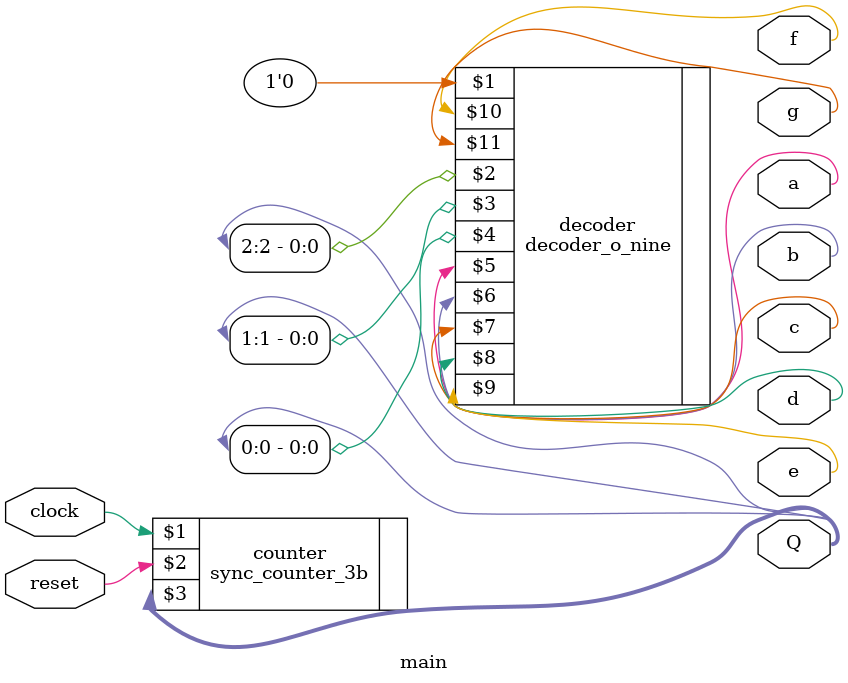
<source format=v>
module main (
	input wire clock, reset,
	output wire [2:0] Q,
	output wire a, b, c, d, e, f, g
);




	sync_counter_3b counter(clock, reset, Q);
	decoder_o_nine decoder(1'b0, Q[2], Q[1], Q[0], a, b, c, d, e, f, g);


endmodule
</source>
